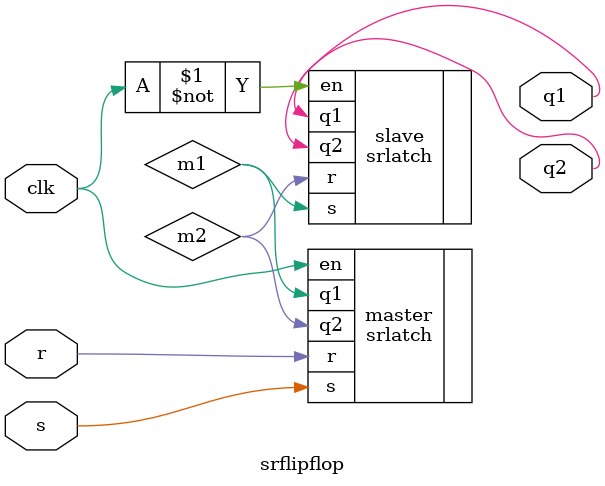
<source format=v>
module srflipflop(output q1, q2, input s, r, clk);
srlatch master (.q1(m1), .q2(m2), .s(s), .r(r), .en(clk));
srlatch slave (.q1(q1), .q2(q2), .s(m1),  .r(m2), .en(~clk));
endmodule 
</source>
